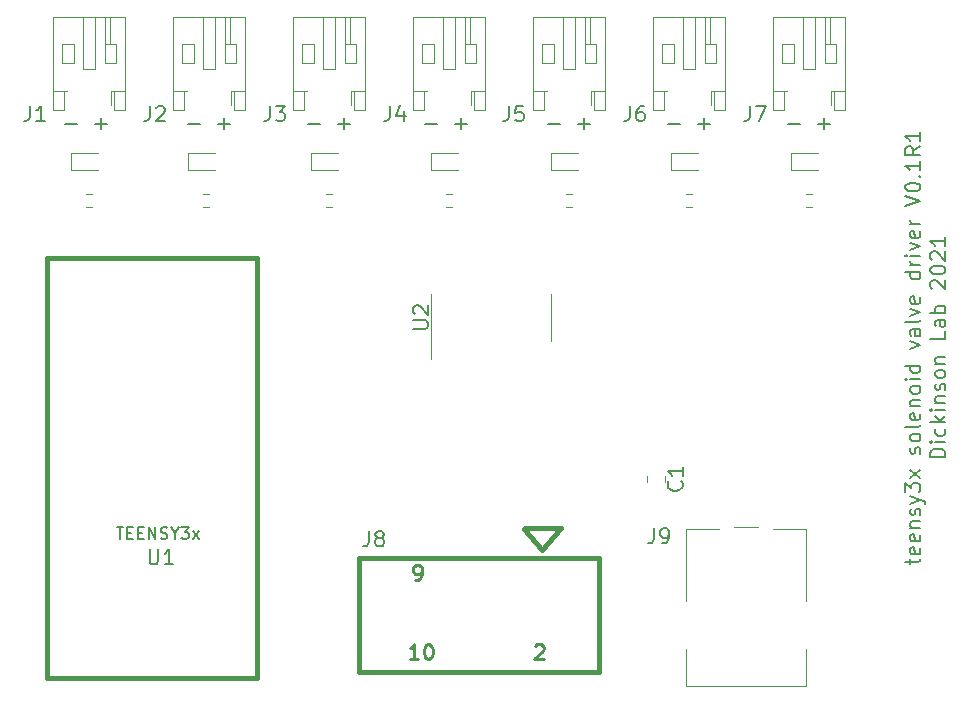
<source format=gbr>
%TF.GenerationSoftware,KiCad,Pcbnew,5.1.7-a382d34a8~87~ubuntu18.04.1*%
%TF.CreationDate,2021-02-24T17:41:24-08:00*%
%TF.ProjectId,teensy3x_solenoid_driver,7465656e-7379-4337-985f-736f6c656e6f,rev?*%
%TF.SameCoordinates,Original*%
%TF.FileFunction,Legend,Top*%
%TF.FilePolarity,Positive*%
%FSLAX46Y46*%
G04 Gerber Fmt 4.6, Leading zero omitted, Abs format (unit mm)*
G04 Created by KiCad (PCBNEW 5.1.7-a382d34a8~87~ubuntu18.04.1) date 2021-02-24 17:41:24*
%MOMM*%
%LPD*%
G01*
G04 APERTURE LIST*
%ADD10C,0.203200*%
%ADD11C,0.120000*%
%ADD12C,0.381000*%
%ADD13C,0.254000*%
%ADD14C,0.150000*%
G04 APERTURE END LIST*
D10*
X124230190Y-59780714D02*
X125197809Y-59780714D01*
X126770190Y-59780714D02*
X127737809Y-59780714D01*
X127254000Y-60264523D02*
X127254000Y-59296904D01*
X114070190Y-59780714D02*
X115037809Y-59780714D01*
X116610190Y-59780714D02*
X117577809Y-59780714D01*
X117094000Y-60264523D02*
X117094000Y-59296904D01*
X103910190Y-59780714D02*
X104877809Y-59780714D01*
X106450190Y-59780714D02*
X107417809Y-59780714D01*
X106934000Y-60264523D02*
X106934000Y-59296904D01*
X93496190Y-59780714D02*
X94463809Y-59780714D01*
X96036190Y-59780714D02*
X97003809Y-59780714D01*
X96520000Y-60264523D02*
X96520000Y-59296904D01*
X83590190Y-59780714D02*
X84557809Y-59780714D01*
X86130190Y-59780714D02*
X87097809Y-59780714D01*
X86614000Y-60264523D02*
X86614000Y-59296904D01*
X73430190Y-59780714D02*
X74397809Y-59780714D01*
X75970190Y-59780714D02*
X76937809Y-59780714D01*
X76454000Y-60264523D02*
X76454000Y-59296904D01*
X63016190Y-59780714D02*
X63983809Y-59780714D01*
X65556190Y-59780714D02*
X66523809Y-59780714D01*
X66040000Y-60264523D02*
X66040000Y-59296904D01*
X134563757Y-97094523D02*
X134563757Y-96610714D01*
X134140423Y-96913095D02*
X135228995Y-96913095D01*
X135349947Y-96852619D01*
X135410423Y-96731666D01*
X135410423Y-96610714D01*
X135349947Y-95703571D02*
X135410423Y-95824523D01*
X135410423Y-96066428D01*
X135349947Y-96187380D01*
X135228995Y-96247857D01*
X134745185Y-96247857D01*
X134624233Y-96187380D01*
X134563757Y-96066428D01*
X134563757Y-95824523D01*
X134624233Y-95703571D01*
X134745185Y-95643095D01*
X134866138Y-95643095D01*
X134987090Y-96247857D01*
X135349947Y-94615000D02*
X135410423Y-94735952D01*
X135410423Y-94977857D01*
X135349947Y-95098809D01*
X135228995Y-95159285D01*
X134745185Y-95159285D01*
X134624233Y-95098809D01*
X134563757Y-94977857D01*
X134563757Y-94735952D01*
X134624233Y-94615000D01*
X134745185Y-94554523D01*
X134866138Y-94554523D01*
X134987090Y-95159285D01*
X134563757Y-94010238D02*
X135410423Y-94010238D01*
X134684709Y-94010238D02*
X134624233Y-93949761D01*
X134563757Y-93828809D01*
X134563757Y-93647380D01*
X134624233Y-93526428D01*
X134745185Y-93465952D01*
X135410423Y-93465952D01*
X135349947Y-92921666D02*
X135410423Y-92800714D01*
X135410423Y-92558809D01*
X135349947Y-92437857D01*
X135228995Y-92377380D01*
X135168519Y-92377380D01*
X135047566Y-92437857D01*
X134987090Y-92558809D01*
X134987090Y-92740238D01*
X134926614Y-92861190D01*
X134805661Y-92921666D01*
X134745185Y-92921666D01*
X134624233Y-92861190D01*
X134563757Y-92740238D01*
X134563757Y-92558809D01*
X134624233Y-92437857D01*
X134563757Y-91954047D02*
X135410423Y-91651666D01*
X134563757Y-91349285D02*
X135410423Y-91651666D01*
X135712804Y-91772619D01*
X135773280Y-91833095D01*
X135833757Y-91954047D01*
X134140423Y-90986428D02*
X134140423Y-90200238D01*
X134624233Y-90623571D01*
X134624233Y-90442142D01*
X134684709Y-90321190D01*
X134745185Y-90260714D01*
X134866138Y-90200238D01*
X135168519Y-90200238D01*
X135289471Y-90260714D01*
X135349947Y-90321190D01*
X135410423Y-90442142D01*
X135410423Y-90805000D01*
X135349947Y-90925952D01*
X135289471Y-90986428D01*
X135410423Y-89776904D02*
X134563757Y-89111666D01*
X134563757Y-89776904D02*
X135410423Y-89111666D01*
X135349947Y-87720714D02*
X135410423Y-87599761D01*
X135410423Y-87357857D01*
X135349947Y-87236904D01*
X135228995Y-87176428D01*
X135168519Y-87176428D01*
X135047566Y-87236904D01*
X134987090Y-87357857D01*
X134987090Y-87539285D01*
X134926614Y-87660238D01*
X134805661Y-87720714D01*
X134745185Y-87720714D01*
X134624233Y-87660238D01*
X134563757Y-87539285D01*
X134563757Y-87357857D01*
X134624233Y-87236904D01*
X135410423Y-86450714D02*
X135349947Y-86571666D01*
X135289471Y-86632142D01*
X135168519Y-86692619D01*
X134805661Y-86692619D01*
X134684709Y-86632142D01*
X134624233Y-86571666D01*
X134563757Y-86450714D01*
X134563757Y-86269285D01*
X134624233Y-86148333D01*
X134684709Y-86087857D01*
X134805661Y-86027380D01*
X135168519Y-86027380D01*
X135289471Y-86087857D01*
X135349947Y-86148333D01*
X135410423Y-86269285D01*
X135410423Y-86450714D01*
X135410423Y-85301666D02*
X135349947Y-85422619D01*
X135228995Y-85483095D01*
X134140423Y-85483095D01*
X135349947Y-84334047D02*
X135410423Y-84455000D01*
X135410423Y-84696904D01*
X135349947Y-84817857D01*
X135228995Y-84878333D01*
X134745185Y-84878333D01*
X134624233Y-84817857D01*
X134563757Y-84696904D01*
X134563757Y-84455000D01*
X134624233Y-84334047D01*
X134745185Y-84273571D01*
X134866138Y-84273571D01*
X134987090Y-84878333D01*
X134563757Y-83729285D02*
X135410423Y-83729285D01*
X134684709Y-83729285D02*
X134624233Y-83668809D01*
X134563757Y-83547857D01*
X134563757Y-83366428D01*
X134624233Y-83245476D01*
X134745185Y-83185000D01*
X135410423Y-83185000D01*
X135410423Y-82398809D02*
X135349947Y-82519761D01*
X135289471Y-82580238D01*
X135168519Y-82640714D01*
X134805661Y-82640714D01*
X134684709Y-82580238D01*
X134624233Y-82519761D01*
X134563757Y-82398809D01*
X134563757Y-82217380D01*
X134624233Y-82096428D01*
X134684709Y-82035952D01*
X134805661Y-81975476D01*
X135168519Y-81975476D01*
X135289471Y-82035952D01*
X135349947Y-82096428D01*
X135410423Y-82217380D01*
X135410423Y-82398809D01*
X135410423Y-81431190D02*
X134563757Y-81431190D01*
X134140423Y-81431190D02*
X134200900Y-81491666D01*
X134261376Y-81431190D01*
X134200900Y-81370714D01*
X134140423Y-81431190D01*
X134261376Y-81431190D01*
X135410423Y-80282142D02*
X134140423Y-80282142D01*
X135349947Y-80282142D02*
X135410423Y-80403095D01*
X135410423Y-80645000D01*
X135349947Y-80765952D01*
X135289471Y-80826428D01*
X135168519Y-80886904D01*
X134805661Y-80886904D01*
X134684709Y-80826428D01*
X134624233Y-80765952D01*
X134563757Y-80645000D01*
X134563757Y-80403095D01*
X134624233Y-80282142D01*
X134563757Y-78830714D02*
X135410423Y-78528333D01*
X134563757Y-78225952D01*
X135410423Y-77197857D02*
X134745185Y-77197857D01*
X134624233Y-77258333D01*
X134563757Y-77379285D01*
X134563757Y-77621190D01*
X134624233Y-77742142D01*
X135349947Y-77197857D02*
X135410423Y-77318809D01*
X135410423Y-77621190D01*
X135349947Y-77742142D01*
X135228995Y-77802619D01*
X135108042Y-77802619D01*
X134987090Y-77742142D01*
X134926614Y-77621190D01*
X134926614Y-77318809D01*
X134866138Y-77197857D01*
X135410423Y-76411666D02*
X135349947Y-76532619D01*
X135228995Y-76593095D01*
X134140423Y-76593095D01*
X134563757Y-76048809D02*
X135410423Y-75746428D01*
X134563757Y-75444047D01*
X135349947Y-74476428D02*
X135410423Y-74597380D01*
X135410423Y-74839285D01*
X135349947Y-74960238D01*
X135228995Y-75020714D01*
X134745185Y-75020714D01*
X134624233Y-74960238D01*
X134563757Y-74839285D01*
X134563757Y-74597380D01*
X134624233Y-74476428D01*
X134745185Y-74415952D01*
X134866138Y-74415952D01*
X134987090Y-75020714D01*
X135410423Y-72359761D02*
X134140423Y-72359761D01*
X135349947Y-72359761D02*
X135410423Y-72480714D01*
X135410423Y-72722619D01*
X135349947Y-72843571D01*
X135289471Y-72904047D01*
X135168519Y-72964523D01*
X134805661Y-72964523D01*
X134684709Y-72904047D01*
X134624233Y-72843571D01*
X134563757Y-72722619D01*
X134563757Y-72480714D01*
X134624233Y-72359761D01*
X135410423Y-71755000D02*
X134563757Y-71755000D01*
X134805661Y-71755000D02*
X134684709Y-71694523D01*
X134624233Y-71634047D01*
X134563757Y-71513095D01*
X134563757Y-71392142D01*
X135410423Y-70968809D02*
X134563757Y-70968809D01*
X134140423Y-70968809D02*
X134200900Y-71029285D01*
X134261376Y-70968809D01*
X134200900Y-70908333D01*
X134140423Y-70968809D01*
X134261376Y-70968809D01*
X134563757Y-70485000D02*
X135410423Y-70182619D01*
X134563757Y-69880238D01*
X135349947Y-68912619D02*
X135410423Y-69033571D01*
X135410423Y-69275476D01*
X135349947Y-69396428D01*
X135228995Y-69456904D01*
X134745185Y-69456904D01*
X134624233Y-69396428D01*
X134563757Y-69275476D01*
X134563757Y-69033571D01*
X134624233Y-68912619D01*
X134745185Y-68852142D01*
X134866138Y-68852142D01*
X134987090Y-69456904D01*
X135410423Y-68307857D02*
X134563757Y-68307857D01*
X134805661Y-68307857D02*
X134684709Y-68247380D01*
X134624233Y-68186904D01*
X134563757Y-68065952D01*
X134563757Y-67945000D01*
X134140423Y-66735476D02*
X135410423Y-66312142D01*
X134140423Y-65888809D01*
X134140423Y-65223571D02*
X134140423Y-65102619D01*
X134200900Y-64981666D01*
X134261376Y-64921190D01*
X134382328Y-64860714D01*
X134624233Y-64800238D01*
X134926614Y-64800238D01*
X135168519Y-64860714D01*
X135289471Y-64921190D01*
X135349947Y-64981666D01*
X135410423Y-65102619D01*
X135410423Y-65223571D01*
X135349947Y-65344523D01*
X135289471Y-65405000D01*
X135168519Y-65465476D01*
X134926614Y-65525952D01*
X134624233Y-65525952D01*
X134382328Y-65465476D01*
X134261376Y-65405000D01*
X134200900Y-65344523D01*
X134140423Y-65223571D01*
X135289471Y-64255952D02*
X135349947Y-64195476D01*
X135410423Y-64255952D01*
X135349947Y-64316428D01*
X135289471Y-64255952D01*
X135410423Y-64255952D01*
X135410423Y-62985952D02*
X135410423Y-63711666D01*
X135410423Y-63348809D02*
X134140423Y-63348809D01*
X134321852Y-63469761D01*
X134442804Y-63590714D01*
X134503280Y-63711666D01*
X135410423Y-61715952D02*
X134805661Y-62139285D01*
X135410423Y-62441666D02*
X134140423Y-62441666D01*
X134140423Y-61957857D01*
X134200900Y-61836904D01*
X134261376Y-61776428D01*
X134382328Y-61715952D01*
X134563757Y-61715952D01*
X134684709Y-61776428D01*
X134745185Y-61836904D01*
X134805661Y-61957857D01*
X134805661Y-62441666D01*
X135410423Y-60506428D02*
X135410423Y-61232142D01*
X135410423Y-60869285D02*
X134140423Y-60869285D01*
X134321852Y-60990238D01*
X134442804Y-61111190D01*
X134503280Y-61232142D01*
X137518623Y-88023095D02*
X136248623Y-88023095D01*
X136248623Y-87720714D01*
X136309100Y-87539285D01*
X136430052Y-87418333D01*
X136551004Y-87357857D01*
X136792909Y-87297380D01*
X136974338Y-87297380D01*
X137216242Y-87357857D01*
X137337195Y-87418333D01*
X137458147Y-87539285D01*
X137518623Y-87720714D01*
X137518623Y-88023095D01*
X137518623Y-86753095D02*
X136671957Y-86753095D01*
X136248623Y-86753095D02*
X136309100Y-86813571D01*
X136369576Y-86753095D01*
X136309100Y-86692619D01*
X136248623Y-86753095D01*
X136369576Y-86753095D01*
X137458147Y-85604047D02*
X137518623Y-85725000D01*
X137518623Y-85966904D01*
X137458147Y-86087857D01*
X137397671Y-86148333D01*
X137276719Y-86208809D01*
X136913861Y-86208809D01*
X136792909Y-86148333D01*
X136732433Y-86087857D01*
X136671957Y-85966904D01*
X136671957Y-85725000D01*
X136732433Y-85604047D01*
X137518623Y-85059761D02*
X136248623Y-85059761D01*
X137034814Y-84938809D02*
X137518623Y-84575952D01*
X136671957Y-84575952D02*
X137155766Y-85059761D01*
X137518623Y-84031666D02*
X136671957Y-84031666D01*
X136248623Y-84031666D02*
X136309100Y-84092142D01*
X136369576Y-84031666D01*
X136309100Y-83971190D01*
X136248623Y-84031666D01*
X136369576Y-84031666D01*
X136671957Y-83426904D02*
X137518623Y-83426904D01*
X136792909Y-83426904D02*
X136732433Y-83366428D01*
X136671957Y-83245476D01*
X136671957Y-83064047D01*
X136732433Y-82943095D01*
X136853385Y-82882619D01*
X137518623Y-82882619D01*
X137458147Y-82338333D02*
X137518623Y-82217380D01*
X137518623Y-81975476D01*
X137458147Y-81854523D01*
X137337195Y-81794047D01*
X137276719Y-81794047D01*
X137155766Y-81854523D01*
X137095290Y-81975476D01*
X137095290Y-82156904D01*
X137034814Y-82277857D01*
X136913861Y-82338333D01*
X136853385Y-82338333D01*
X136732433Y-82277857D01*
X136671957Y-82156904D01*
X136671957Y-81975476D01*
X136732433Y-81854523D01*
X137518623Y-81068333D02*
X137458147Y-81189285D01*
X137397671Y-81249761D01*
X137276719Y-81310238D01*
X136913861Y-81310238D01*
X136792909Y-81249761D01*
X136732433Y-81189285D01*
X136671957Y-81068333D01*
X136671957Y-80886904D01*
X136732433Y-80765952D01*
X136792909Y-80705476D01*
X136913861Y-80645000D01*
X137276719Y-80645000D01*
X137397671Y-80705476D01*
X137458147Y-80765952D01*
X137518623Y-80886904D01*
X137518623Y-81068333D01*
X136671957Y-80100714D02*
X137518623Y-80100714D01*
X136792909Y-80100714D02*
X136732433Y-80040238D01*
X136671957Y-79919285D01*
X136671957Y-79737857D01*
X136732433Y-79616904D01*
X136853385Y-79556428D01*
X137518623Y-79556428D01*
X137518623Y-77379285D02*
X137518623Y-77984047D01*
X136248623Y-77984047D01*
X137518623Y-76411666D02*
X136853385Y-76411666D01*
X136732433Y-76472142D01*
X136671957Y-76593095D01*
X136671957Y-76835000D01*
X136732433Y-76955952D01*
X137458147Y-76411666D02*
X137518623Y-76532619D01*
X137518623Y-76835000D01*
X137458147Y-76955952D01*
X137337195Y-77016428D01*
X137216242Y-77016428D01*
X137095290Y-76955952D01*
X137034814Y-76835000D01*
X137034814Y-76532619D01*
X136974338Y-76411666D01*
X137518623Y-75806904D02*
X136248623Y-75806904D01*
X136732433Y-75806904D02*
X136671957Y-75685952D01*
X136671957Y-75444047D01*
X136732433Y-75323095D01*
X136792909Y-75262619D01*
X136913861Y-75202142D01*
X137276719Y-75202142D01*
X137397671Y-75262619D01*
X137458147Y-75323095D01*
X137518623Y-75444047D01*
X137518623Y-75685952D01*
X137458147Y-75806904D01*
X136369576Y-73750714D02*
X136309100Y-73690238D01*
X136248623Y-73569285D01*
X136248623Y-73266904D01*
X136309100Y-73145952D01*
X136369576Y-73085476D01*
X136490528Y-73025000D01*
X136611480Y-73025000D01*
X136792909Y-73085476D01*
X137518623Y-73811190D01*
X137518623Y-73025000D01*
X136248623Y-72238809D02*
X136248623Y-72117857D01*
X136309100Y-71996904D01*
X136369576Y-71936428D01*
X136490528Y-71875952D01*
X136732433Y-71815476D01*
X137034814Y-71815476D01*
X137276719Y-71875952D01*
X137397671Y-71936428D01*
X137458147Y-71996904D01*
X137518623Y-72117857D01*
X137518623Y-72238809D01*
X137458147Y-72359761D01*
X137397671Y-72420238D01*
X137276719Y-72480714D01*
X137034814Y-72541190D01*
X136732433Y-72541190D01*
X136490528Y-72480714D01*
X136369576Y-72420238D01*
X136309100Y-72359761D01*
X136248623Y-72238809D01*
X136369576Y-71331666D02*
X136309100Y-71271190D01*
X136248623Y-71150238D01*
X136248623Y-70847857D01*
X136309100Y-70726904D01*
X136369576Y-70666428D01*
X136490528Y-70605952D01*
X136611480Y-70605952D01*
X136792909Y-70666428D01*
X137518623Y-71392142D01*
X137518623Y-70605952D01*
X137518623Y-69396428D02*
X137518623Y-70122142D01*
X137518623Y-69759285D02*
X136248623Y-69759285D01*
X136430052Y-69880238D01*
X136551004Y-70001190D01*
X136611480Y-70122142D01*
D11*
%TO.C,C1*%
X113765000Y-89588748D02*
X113765000Y-90111252D01*
X112295000Y-89588748D02*
X112295000Y-90111252D01*
%TO.C,J1*%
X66900000Y-57010000D02*
X67180000Y-57010000D01*
X67180000Y-57010000D02*
X67180000Y-58610000D01*
X67180000Y-58610000D02*
X68100000Y-58610000D01*
X68100000Y-58610000D02*
X68100000Y-50790000D01*
X68100000Y-50790000D02*
X61980000Y-50790000D01*
X61980000Y-50790000D02*
X61980000Y-58610000D01*
X61980000Y-58610000D02*
X62900000Y-58610000D01*
X62900000Y-58610000D02*
X62900000Y-57010000D01*
X62900000Y-57010000D02*
X63180000Y-57010000D01*
X65540000Y-50790000D02*
X65540000Y-55150000D01*
X65540000Y-55150000D02*
X64540000Y-55150000D01*
X64540000Y-55150000D02*
X64540000Y-50790000D01*
X68100000Y-57010000D02*
X67180000Y-57010000D01*
X61980000Y-57010000D02*
X62900000Y-57010000D01*
X67340000Y-54650000D02*
X67340000Y-53050000D01*
X67340000Y-53050000D02*
X66340000Y-53050000D01*
X66340000Y-53050000D02*
X66340000Y-54650000D01*
X66340000Y-54650000D02*
X67340000Y-54650000D01*
X62740000Y-54650000D02*
X62740000Y-53050000D01*
X62740000Y-53050000D02*
X63740000Y-53050000D01*
X63740000Y-53050000D02*
X63740000Y-54650000D01*
X63740000Y-54650000D02*
X62740000Y-54650000D01*
X66340000Y-53050000D02*
X66340000Y-50790000D01*
X66840000Y-53050000D02*
X66840000Y-50790000D01*
X66900000Y-57010000D02*
X66900000Y-58225000D01*
%TO.C,J2*%
X77060000Y-57010000D02*
X77060000Y-58225000D01*
X77000000Y-53050000D02*
X77000000Y-50790000D01*
X76500000Y-53050000D02*
X76500000Y-50790000D01*
X73900000Y-54650000D02*
X72900000Y-54650000D01*
X73900000Y-53050000D02*
X73900000Y-54650000D01*
X72900000Y-53050000D02*
X73900000Y-53050000D01*
X72900000Y-54650000D02*
X72900000Y-53050000D01*
X76500000Y-54650000D02*
X77500000Y-54650000D01*
X76500000Y-53050000D02*
X76500000Y-54650000D01*
X77500000Y-53050000D02*
X76500000Y-53050000D01*
X77500000Y-54650000D02*
X77500000Y-53050000D01*
X72140000Y-57010000D02*
X73060000Y-57010000D01*
X78260000Y-57010000D02*
X77340000Y-57010000D01*
X74700000Y-55150000D02*
X74700000Y-50790000D01*
X75700000Y-55150000D02*
X74700000Y-55150000D01*
X75700000Y-50790000D02*
X75700000Y-55150000D01*
X73060000Y-57010000D02*
X73340000Y-57010000D01*
X73060000Y-58610000D02*
X73060000Y-57010000D01*
X72140000Y-58610000D02*
X73060000Y-58610000D01*
X72140000Y-50790000D02*
X72140000Y-58610000D01*
X78260000Y-50790000D02*
X72140000Y-50790000D01*
X78260000Y-58610000D02*
X78260000Y-50790000D01*
X77340000Y-58610000D02*
X78260000Y-58610000D01*
X77340000Y-57010000D02*
X77340000Y-58610000D01*
X77060000Y-57010000D02*
X77340000Y-57010000D01*
%TO.C,J3*%
X87220000Y-57010000D02*
X87500000Y-57010000D01*
X87500000Y-57010000D02*
X87500000Y-58610000D01*
X87500000Y-58610000D02*
X88420000Y-58610000D01*
X88420000Y-58610000D02*
X88420000Y-50790000D01*
X88420000Y-50790000D02*
X82300000Y-50790000D01*
X82300000Y-50790000D02*
X82300000Y-58610000D01*
X82300000Y-58610000D02*
X83220000Y-58610000D01*
X83220000Y-58610000D02*
X83220000Y-57010000D01*
X83220000Y-57010000D02*
X83500000Y-57010000D01*
X85860000Y-50790000D02*
X85860000Y-55150000D01*
X85860000Y-55150000D02*
X84860000Y-55150000D01*
X84860000Y-55150000D02*
X84860000Y-50790000D01*
X88420000Y-57010000D02*
X87500000Y-57010000D01*
X82300000Y-57010000D02*
X83220000Y-57010000D01*
X87660000Y-54650000D02*
X87660000Y-53050000D01*
X87660000Y-53050000D02*
X86660000Y-53050000D01*
X86660000Y-53050000D02*
X86660000Y-54650000D01*
X86660000Y-54650000D02*
X87660000Y-54650000D01*
X83060000Y-54650000D02*
X83060000Y-53050000D01*
X83060000Y-53050000D02*
X84060000Y-53050000D01*
X84060000Y-53050000D02*
X84060000Y-54650000D01*
X84060000Y-54650000D02*
X83060000Y-54650000D01*
X86660000Y-53050000D02*
X86660000Y-50790000D01*
X87160000Y-53050000D02*
X87160000Y-50790000D01*
X87220000Y-57010000D02*
X87220000Y-58225000D01*
%TO.C,J4*%
X97380000Y-57010000D02*
X97380000Y-58225000D01*
X97320000Y-53050000D02*
X97320000Y-50790000D01*
X96820000Y-53050000D02*
X96820000Y-50790000D01*
X94220000Y-54650000D02*
X93220000Y-54650000D01*
X94220000Y-53050000D02*
X94220000Y-54650000D01*
X93220000Y-53050000D02*
X94220000Y-53050000D01*
X93220000Y-54650000D02*
X93220000Y-53050000D01*
X96820000Y-54650000D02*
X97820000Y-54650000D01*
X96820000Y-53050000D02*
X96820000Y-54650000D01*
X97820000Y-53050000D02*
X96820000Y-53050000D01*
X97820000Y-54650000D02*
X97820000Y-53050000D01*
X92460000Y-57010000D02*
X93380000Y-57010000D01*
X98580000Y-57010000D02*
X97660000Y-57010000D01*
X95020000Y-55150000D02*
X95020000Y-50790000D01*
X96020000Y-55150000D02*
X95020000Y-55150000D01*
X96020000Y-50790000D02*
X96020000Y-55150000D01*
X93380000Y-57010000D02*
X93660000Y-57010000D01*
X93380000Y-58610000D02*
X93380000Y-57010000D01*
X92460000Y-58610000D02*
X93380000Y-58610000D01*
X92460000Y-50790000D02*
X92460000Y-58610000D01*
X98580000Y-50790000D02*
X92460000Y-50790000D01*
X98580000Y-58610000D02*
X98580000Y-50790000D01*
X97660000Y-58610000D02*
X98580000Y-58610000D01*
X97660000Y-57010000D02*
X97660000Y-58610000D01*
X97380000Y-57010000D02*
X97660000Y-57010000D01*
%TO.C,J5*%
X107540000Y-57010000D02*
X107820000Y-57010000D01*
X107820000Y-57010000D02*
X107820000Y-58610000D01*
X107820000Y-58610000D02*
X108740000Y-58610000D01*
X108740000Y-58610000D02*
X108740000Y-50790000D01*
X108740000Y-50790000D02*
X102620000Y-50790000D01*
X102620000Y-50790000D02*
X102620000Y-58610000D01*
X102620000Y-58610000D02*
X103540000Y-58610000D01*
X103540000Y-58610000D02*
X103540000Y-57010000D01*
X103540000Y-57010000D02*
X103820000Y-57010000D01*
X106180000Y-50790000D02*
X106180000Y-55150000D01*
X106180000Y-55150000D02*
X105180000Y-55150000D01*
X105180000Y-55150000D02*
X105180000Y-50790000D01*
X108740000Y-57010000D02*
X107820000Y-57010000D01*
X102620000Y-57010000D02*
X103540000Y-57010000D01*
X107980000Y-54650000D02*
X107980000Y-53050000D01*
X107980000Y-53050000D02*
X106980000Y-53050000D01*
X106980000Y-53050000D02*
X106980000Y-54650000D01*
X106980000Y-54650000D02*
X107980000Y-54650000D01*
X103380000Y-54650000D02*
X103380000Y-53050000D01*
X103380000Y-53050000D02*
X104380000Y-53050000D01*
X104380000Y-53050000D02*
X104380000Y-54650000D01*
X104380000Y-54650000D02*
X103380000Y-54650000D01*
X106980000Y-53050000D02*
X106980000Y-50790000D01*
X107480000Y-53050000D02*
X107480000Y-50790000D01*
X107540000Y-57010000D02*
X107540000Y-58225000D01*
%TO.C,J6*%
X117700000Y-57010000D02*
X117700000Y-58225000D01*
X117640000Y-53050000D02*
X117640000Y-50790000D01*
X117140000Y-53050000D02*
X117140000Y-50790000D01*
X114540000Y-54650000D02*
X113540000Y-54650000D01*
X114540000Y-53050000D02*
X114540000Y-54650000D01*
X113540000Y-53050000D02*
X114540000Y-53050000D01*
X113540000Y-54650000D02*
X113540000Y-53050000D01*
X117140000Y-54650000D02*
X118140000Y-54650000D01*
X117140000Y-53050000D02*
X117140000Y-54650000D01*
X118140000Y-53050000D02*
X117140000Y-53050000D01*
X118140000Y-54650000D02*
X118140000Y-53050000D01*
X112780000Y-57010000D02*
X113700000Y-57010000D01*
X118900000Y-57010000D02*
X117980000Y-57010000D01*
X115340000Y-55150000D02*
X115340000Y-50790000D01*
X116340000Y-55150000D02*
X115340000Y-55150000D01*
X116340000Y-50790000D02*
X116340000Y-55150000D01*
X113700000Y-57010000D02*
X113980000Y-57010000D01*
X113700000Y-58610000D02*
X113700000Y-57010000D01*
X112780000Y-58610000D02*
X113700000Y-58610000D01*
X112780000Y-50790000D02*
X112780000Y-58610000D01*
X118900000Y-50790000D02*
X112780000Y-50790000D01*
X118900000Y-58610000D02*
X118900000Y-50790000D01*
X117980000Y-58610000D02*
X118900000Y-58610000D01*
X117980000Y-57010000D02*
X117980000Y-58610000D01*
X117700000Y-57010000D02*
X117980000Y-57010000D01*
%TO.C,J7*%
X127860000Y-57010000D02*
X128140000Y-57010000D01*
X128140000Y-57010000D02*
X128140000Y-58610000D01*
X128140000Y-58610000D02*
X129060000Y-58610000D01*
X129060000Y-58610000D02*
X129060000Y-50790000D01*
X129060000Y-50790000D02*
X122940000Y-50790000D01*
X122940000Y-50790000D02*
X122940000Y-58610000D01*
X122940000Y-58610000D02*
X123860000Y-58610000D01*
X123860000Y-58610000D02*
X123860000Y-57010000D01*
X123860000Y-57010000D02*
X124140000Y-57010000D01*
X126500000Y-50790000D02*
X126500000Y-55150000D01*
X126500000Y-55150000D02*
X125500000Y-55150000D01*
X125500000Y-55150000D02*
X125500000Y-50790000D01*
X129060000Y-57010000D02*
X128140000Y-57010000D01*
X122940000Y-57010000D02*
X123860000Y-57010000D01*
X128300000Y-54650000D02*
X128300000Y-53050000D01*
X128300000Y-53050000D02*
X127300000Y-53050000D01*
X127300000Y-53050000D02*
X127300000Y-54650000D01*
X127300000Y-54650000D02*
X128300000Y-54650000D01*
X123700000Y-54650000D02*
X123700000Y-53050000D01*
X123700000Y-53050000D02*
X124700000Y-53050000D01*
X124700000Y-53050000D02*
X124700000Y-54650000D01*
X124700000Y-54650000D02*
X123700000Y-54650000D01*
X127300000Y-53050000D02*
X127300000Y-50790000D01*
X127800000Y-53050000D02*
X127800000Y-50790000D01*
X127860000Y-57010000D02*
X127860000Y-58225000D01*
D12*
%TO.C,J8*%
X108204000Y-106172000D02*
X87884000Y-106172000D01*
X87884000Y-106172000D02*
X87884000Y-96520000D01*
X87884000Y-96520000D02*
X108204000Y-96520000D01*
X108204000Y-96520000D02*
X108204000Y-106172000D01*
X104945180Y-94046040D02*
X101942900Y-94046040D01*
X103408480Y-95857060D02*
X104932480Y-94079060D01*
X101884480Y-94081600D02*
X103408480Y-95859600D01*
D11*
%TO.C,J9*%
X115540000Y-100200000D02*
X115540000Y-94140000D01*
X115540000Y-94140000D02*
X118350000Y-94140000D01*
X122950000Y-94140000D02*
X125760000Y-94140000D01*
X125760000Y-94140000D02*
X125760000Y-100200000D01*
X125760000Y-104300000D02*
X125760000Y-107360000D01*
X125760000Y-107360000D02*
X115540000Y-107360000D01*
X115540000Y-107360000D02*
X115540000Y-104300000D01*
X119650000Y-93950000D02*
X121650000Y-93950000D01*
D12*
%TO.C,U1*%
X79248000Y-106680000D02*
X79248000Y-71120000D01*
X79248000Y-71120000D02*
X61468000Y-71120000D01*
X61468000Y-71120000D02*
X61468000Y-106680000D01*
X61468000Y-106680000D02*
X79248000Y-106680000D01*
D11*
%TO.C,U2*%
X104120000Y-76200000D02*
X104120000Y-74250000D01*
X104120000Y-76200000D02*
X104120000Y-78150000D01*
X94000000Y-76200000D02*
X94000000Y-74250000D01*
X94000000Y-76200000D02*
X94000000Y-79700000D01*
%TO.C,D1*%
X65824000Y-62257000D02*
X63539000Y-62257000D01*
X63539000Y-62257000D02*
X63539000Y-63727000D01*
X63539000Y-63727000D02*
X65824000Y-63727000D01*
%TO.C,D2*%
X73445000Y-63727000D02*
X75730000Y-63727000D01*
X73445000Y-62257000D02*
X73445000Y-63727000D01*
X75730000Y-62257000D02*
X73445000Y-62257000D01*
%TO.C,D3*%
X86118500Y-62257000D02*
X83833500Y-62257000D01*
X83833500Y-62257000D02*
X83833500Y-63727000D01*
X83833500Y-63727000D02*
X86118500Y-63727000D01*
%TO.C,D4*%
X94019000Y-63727000D02*
X96304000Y-63727000D01*
X94019000Y-62257000D02*
X94019000Y-63727000D01*
X96304000Y-62257000D02*
X94019000Y-62257000D01*
%TO.C,D5*%
X106464000Y-62257000D02*
X104179000Y-62257000D01*
X104179000Y-62257000D02*
X104179000Y-63727000D01*
X104179000Y-63727000D02*
X106464000Y-63727000D01*
%TO.C,D6*%
X114339000Y-63727000D02*
X116624000Y-63727000D01*
X114339000Y-62257000D02*
X114339000Y-63727000D01*
X116624000Y-62257000D02*
X114339000Y-62257000D01*
%TO.C,D7*%
X126784000Y-62257000D02*
X124499000Y-62257000D01*
X124499000Y-62257000D02*
X124499000Y-63727000D01*
X124499000Y-63727000D02*
X126784000Y-63727000D01*
%TO.C,R1*%
X64786742Y-66816500D02*
X65261258Y-66816500D01*
X64786742Y-65771500D02*
X65261258Y-65771500D01*
%TO.C,R2*%
X74692742Y-66816500D02*
X75167258Y-66816500D01*
X74692742Y-65771500D02*
X75167258Y-65771500D01*
%TO.C,R3*%
X85106742Y-65771500D02*
X85581258Y-65771500D01*
X85106742Y-66816500D02*
X85581258Y-66816500D01*
%TO.C,R4*%
X95266742Y-66816500D02*
X95741258Y-66816500D01*
X95266742Y-65771500D02*
X95741258Y-65771500D01*
%TO.C,R5*%
X105426742Y-65771500D02*
X105901258Y-65771500D01*
X105426742Y-66816500D02*
X105901258Y-66816500D01*
%TO.C,R6*%
X115586742Y-66816500D02*
X116061258Y-66816500D01*
X115586742Y-65771500D02*
X116061258Y-65771500D01*
%TO.C,R7*%
X125746742Y-65771500D02*
X126221258Y-65771500D01*
X125746742Y-66816500D02*
X126221258Y-66816500D01*
%TO.C,C1*%
D10*
X115163571Y-90061666D02*
X115224047Y-90122142D01*
X115284523Y-90303571D01*
X115284523Y-90424523D01*
X115224047Y-90605952D01*
X115103095Y-90726904D01*
X114982142Y-90787380D01*
X114740238Y-90847857D01*
X114558809Y-90847857D01*
X114316904Y-90787380D01*
X114195952Y-90726904D01*
X114075000Y-90605952D01*
X114014523Y-90424523D01*
X114014523Y-90303571D01*
X114075000Y-90122142D01*
X114135476Y-90061666D01*
X115284523Y-88852142D02*
X115284523Y-89577857D01*
X115284523Y-89215000D02*
X114014523Y-89215000D01*
X114195952Y-89335952D01*
X114316904Y-89456904D01*
X114377380Y-89577857D01*
%TO.C,J1*%
X60028666Y-58304523D02*
X60028666Y-59211666D01*
X59968190Y-59393095D01*
X59847238Y-59514047D01*
X59665809Y-59574523D01*
X59544857Y-59574523D01*
X61298666Y-59574523D02*
X60572952Y-59574523D01*
X60935809Y-59574523D02*
X60935809Y-58304523D01*
X60814857Y-58485952D01*
X60693904Y-58606904D01*
X60572952Y-58667380D01*
%TO.C,J2*%
X70188666Y-58304523D02*
X70188666Y-59211666D01*
X70128190Y-59393095D01*
X70007238Y-59514047D01*
X69825809Y-59574523D01*
X69704857Y-59574523D01*
X70732952Y-58425476D02*
X70793428Y-58365000D01*
X70914380Y-58304523D01*
X71216761Y-58304523D01*
X71337714Y-58365000D01*
X71398190Y-58425476D01*
X71458666Y-58546428D01*
X71458666Y-58667380D01*
X71398190Y-58848809D01*
X70672476Y-59574523D01*
X71458666Y-59574523D01*
%TO.C,J3*%
X80348666Y-58304523D02*
X80348666Y-59211666D01*
X80288190Y-59393095D01*
X80167238Y-59514047D01*
X79985809Y-59574523D01*
X79864857Y-59574523D01*
X80832476Y-58304523D02*
X81618666Y-58304523D01*
X81195333Y-58788333D01*
X81376761Y-58788333D01*
X81497714Y-58848809D01*
X81558190Y-58909285D01*
X81618666Y-59030238D01*
X81618666Y-59332619D01*
X81558190Y-59453571D01*
X81497714Y-59514047D01*
X81376761Y-59574523D01*
X81013904Y-59574523D01*
X80892952Y-59514047D01*
X80832476Y-59453571D01*
%TO.C,J4*%
X90508666Y-58304523D02*
X90508666Y-59211666D01*
X90448190Y-59393095D01*
X90327238Y-59514047D01*
X90145809Y-59574523D01*
X90024857Y-59574523D01*
X91657714Y-58727857D02*
X91657714Y-59574523D01*
X91355333Y-58244047D02*
X91052952Y-59151190D01*
X91839142Y-59151190D01*
%TO.C,J5*%
X100576666Y-58304523D02*
X100576666Y-59211666D01*
X100516190Y-59393095D01*
X100395238Y-59514047D01*
X100213809Y-59574523D01*
X100092857Y-59574523D01*
X101786190Y-58304523D02*
X101181428Y-58304523D01*
X101120952Y-58909285D01*
X101181428Y-58848809D01*
X101302380Y-58788333D01*
X101604761Y-58788333D01*
X101725714Y-58848809D01*
X101786190Y-58909285D01*
X101846666Y-59030238D01*
X101846666Y-59332619D01*
X101786190Y-59453571D01*
X101725714Y-59514047D01*
X101604761Y-59574523D01*
X101302380Y-59574523D01*
X101181428Y-59514047D01*
X101120952Y-59453571D01*
%TO.C,J6*%
X110828666Y-58304523D02*
X110828666Y-59211666D01*
X110768190Y-59393095D01*
X110647238Y-59514047D01*
X110465809Y-59574523D01*
X110344857Y-59574523D01*
X111977714Y-58304523D02*
X111735809Y-58304523D01*
X111614857Y-58365000D01*
X111554380Y-58425476D01*
X111433428Y-58606904D01*
X111372952Y-58848809D01*
X111372952Y-59332619D01*
X111433428Y-59453571D01*
X111493904Y-59514047D01*
X111614857Y-59574523D01*
X111856761Y-59574523D01*
X111977714Y-59514047D01*
X112038190Y-59453571D01*
X112098666Y-59332619D01*
X112098666Y-59030238D01*
X112038190Y-58909285D01*
X111977714Y-58848809D01*
X111856761Y-58788333D01*
X111614857Y-58788333D01*
X111493904Y-58848809D01*
X111433428Y-58909285D01*
X111372952Y-59030238D01*
%TO.C,J7*%
X120988666Y-58304523D02*
X120988666Y-59211666D01*
X120928190Y-59393095D01*
X120807238Y-59514047D01*
X120625809Y-59574523D01*
X120504857Y-59574523D01*
X121472476Y-58304523D02*
X122319142Y-58304523D01*
X121774857Y-59574523D01*
%TO.C,J8*%
X88730666Y-94300523D02*
X88730666Y-95207666D01*
X88670190Y-95389095D01*
X88549238Y-95510047D01*
X88367809Y-95570523D01*
X88246857Y-95570523D01*
X89516857Y-94844809D02*
X89395904Y-94784333D01*
X89335428Y-94723857D01*
X89274952Y-94602904D01*
X89274952Y-94542428D01*
X89335428Y-94421476D01*
X89395904Y-94361000D01*
X89516857Y-94300523D01*
X89758761Y-94300523D01*
X89879714Y-94361000D01*
X89940190Y-94421476D01*
X90000666Y-94542428D01*
X90000666Y-94602904D01*
X89940190Y-94723857D01*
X89879714Y-94784333D01*
X89758761Y-94844809D01*
X89516857Y-94844809D01*
X89395904Y-94905285D01*
X89335428Y-94965761D01*
X89274952Y-95086714D01*
X89274952Y-95328619D01*
X89335428Y-95449571D01*
X89395904Y-95510047D01*
X89516857Y-95570523D01*
X89758761Y-95570523D01*
X89879714Y-95510047D01*
X89940190Y-95449571D01*
X90000666Y-95328619D01*
X90000666Y-95086714D01*
X89940190Y-94965761D01*
X89879714Y-94905285D01*
X89758761Y-94844809D01*
D13*
X92902435Y-105120923D02*
X92176720Y-105120923D01*
X92539578Y-105120923D02*
X92539578Y-103850923D01*
X92418625Y-104032352D01*
X92297673Y-104153304D01*
X92176720Y-104213780D01*
X93688625Y-103850923D02*
X93809578Y-103850923D01*
X93930530Y-103911400D01*
X93991006Y-103971876D01*
X94051482Y-104092828D01*
X94111959Y-104334733D01*
X94111959Y-104637114D01*
X94051482Y-104879019D01*
X93991006Y-104999971D01*
X93930530Y-105060447D01*
X93809578Y-105120923D01*
X93688625Y-105120923D01*
X93567673Y-105060447D01*
X93507197Y-104999971D01*
X93446720Y-104879019D01*
X93386244Y-104637114D01*
X93386244Y-104334733D01*
X93446720Y-104092828D01*
X93507197Y-103971876D01*
X93567673Y-103911400D01*
X93688625Y-103850923D01*
X92602715Y-98420403D02*
X92844620Y-98420403D01*
X92965572Y-98359927D01*
X93026048Y-98299451D01*
X93147000Y-98118022D01*
X93207477Y-97876118D01*
X93207477Y-97392308D01*
X93147000Y-97271356D01*
X93086524Y-97210880D01*
X92965572Y-97150403D01*
X92723667Y-97150403D01*
X92602715Y-97210880D01*
X92542239Y-97271356D01*
X92481762Y-97392308D01*
X92481762Y-97694689D01*
X92542239Y-97815641D01*
X92602715Y-97876118D01*
X92723667Y-97936594D01*
X92965572Y-97936594D01*
X93086524Y-97876118D01*
X93147000Y-97815641D01*
X93207477Y-97694689D01*
X102781462Y-103971876D02*
X102841939Y-103911400D01*
X102962891Y-103850923D01*
X103265272Y-103850923D01*
X103386224Y-103911400D01*
X103446700Y-103971876D01*
X103507177Y-104092828D01*
X103507177Y-104213780D01*
X103446700Y-104395209D01*
X102720986Y-105120923D01*
X103507177Y-105120923D01*
%TO.C,J9*%
D10*
X112860666Y-94046523D02*
X112860666Y-94953666D01*
X112800190Y-95135095D01*
X112679238Y-95256047D01*
X112497809Y-95316523D01*
X112376857Y-95316523D01*
X113525904Y-95316523D02*
X113767809Y-95316523D01*
X113888761Y-95256047D01*
X113949238Y-95195571D01*
X114070190Y-95014142D01*
X114130666Y-94772238D01*
X114130666Y-94288428D01*
X114070190Y-94167476D01*
X114009714Y-94107000D01*
X113888761Y-94046523D01*
X113646857Y-94046523D01*
X113525904Y-94107000D01*
X113465428Y-94167476D01*
X113404952Y-94288428D01*
X113404952Y-94590809D01*
X113465428Y-94711761D01*
X113525904Y-94772238D01*
X113646857Y-94832714D01*
X113888761Y-94832714D01*
X114009714Y-94772238D01*
X114070190Y-94711761D01*
X114130666Y-94590809D01*
%TO.C,U1*%
X70152380Y-95824523D02*
X70152380Y-96852619D01*
X70212857Y-96973571D01*
X70273333Y-97034047D01*
X70394285Y-97094523D01*
X70636190Y-97094523D01*
X70757142Y-97034047D01*
X70817619Y-96973571D01*
X70878095Y-96852619D01*
X70878095Y-95824523D01*
X72148095Y-97094523D02*
X71422380Y-97094523D01*
X71785238Y-97094523D02*
X71785238Y-95824523D01*
X71664285Y-96005952D01*
X71543333Y-96126904D01*
X71422380Y-96187380D01*
D14*
X67366000Y-93940380D02*
X67937428Y-93940380D01*
X67651714Y-94940380D02*
X67651714Y-93940380D01*
X68270761Y-94416571D02*
X68604095Y-94416571D01*
X68746952Y-94940380D02*
X68270761Y-94940380D01*
X68270761Y-93940380D01*
X68746952Y-93940380D01*
X69175523Y-94416571D02*
X69508857Y-94416571D01*
X69651714Y-94940380D02*
X69175523Y-94940380D01*
X69175523Y-93940380D01*
X69651714Y-93940380D01*
X70080285Y-94940380D02*
X70080285Y-93940380D01*
X70651714Y-94940380D01*
X70651714Y-93940380D01*
X71080285Y-94892761D02*
X71223142Y-94940380D01*
X71461238Y-94940380D01*
X71556476Y-94892761D01*
X71604095Y-94845142D01*
X71651714Y-94749904D01*
X71651714Y-94654666D01*
X71604095Y-94559428D01*
X71556476Y-94511809D01*
X71461238Y-94464190D01*
X71270761Y-94416571D01*
X71175523Y-94368952D01*
X71127904Y-94321333D01*
X71080285Y-94226095D01*
X71080285Y-94130857D01*
X71127904Y-94035619D01*
X71175523Y-93988000D01*
X71270761Y-93940380D01*
X71508857Y-93940380D01*
X71651714Y-93988000D01*
X72270761Y-94464190D02*
X72270761Y-94940380D01*
X71937428Y-93940380D02*
X72270761Y-94464190D01*
X72604095Y-93940380D01*
X72842190Y-93940380D02*
X73461238Y-93940380D01*
X73127904Y-94321333D01*
X73270761Y-94321333D01*
X73366000Y-94368952D01*
X73413619Y-94416571D01*
X73461238Y-94511809D01*
X73461238Y-94749904D01*
X73413619Y-94845142D01*
X73366000Y-94892761D01*
X73270761Y-94940380D01*
X72985047Y-94940380D01*
X72889809Y-94892761D01*
X72842190Y-94845142D01*
X73794571Y-94940380D02*
X74318380Y-94273714D01*
X73794571Y-94273714D02*
X74318380Y-94940380D01*
%TO.C,U2*%
D10*
X92464523Y-77167619D02*
X93492619Y-77167619D01*
X93613571Y-77107142D01*
X93674047Y-77046666D01*
X93734523Y-76925714D01*
X93734523Y-76683809D01*
X93674047Y-76562857D01*
X93613571Y-76502380D01*
X93492619Y-76441904D01*
X92464523Y-76441904D01*
X92585476Y-75897619D02*
X92525000Y-75837142D01*
X92464523Y-75716190D01*
X92464523Y-75413809D01*
X92525000Y-75292857D01*
X92585476Y-75232380D01*
X92706428Y-75171904D01*
X92827380Y-75171904D01*
X93008809Y-75232380D01*
X93734523Y-75958095D01*
X93734523Y-75171904D01*
%TD*%
M02*

</source>
